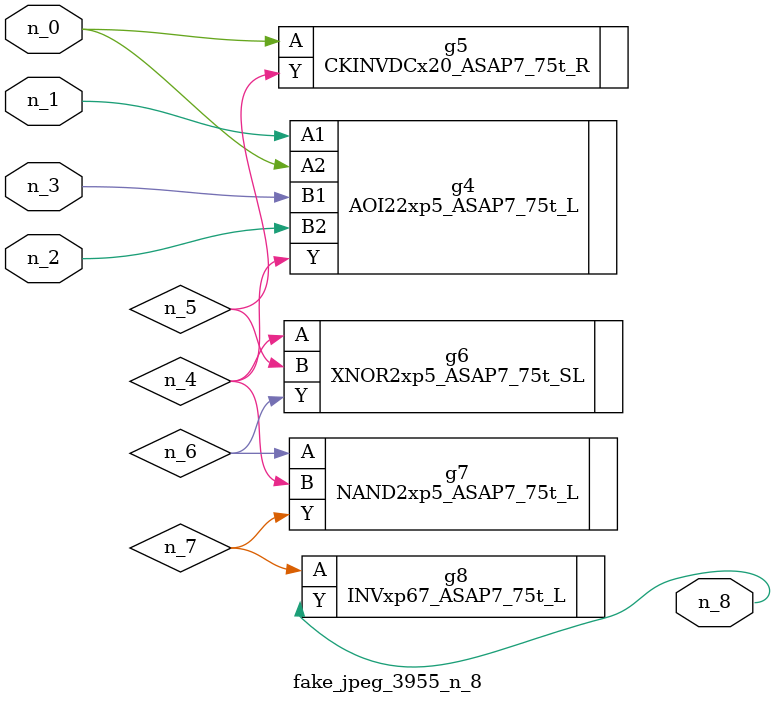
<source format=v>
module fake_jpeg_3955_n_8 (n_0, n_3, n_2, n_1, n_8);

input n_0;
input n_3;
input n_2;
input n_1;

output n_8;

wire n_4;
wire n_6;
wire n_5;
wire n_7;

AOI22xp5_ASAP7_75t_L g4 ( 
.A1(n_1),
.A2(n_0),
.B1(n_3),
.B2(n_2),
.Y(n_4)
);

CKINVDCx20_ASAP7_75t_R g5 ( 
.A(n_0),
.Y(n_5)
);

XNOR2xp5_ASAP7_75t_SL g6 ( 
.A(n_4),
.B(n_5),
.Y(n_6)
);

NAND2xp5_ASAP7_75t_L g7 ( 
.A(n_6),
.B(n_4),
.Y(n_7)
);

INVxp67_ASAP7_75t_L g8 ( 
.A(n_7),
.Y(n_8)
);


endmodule
</source>
